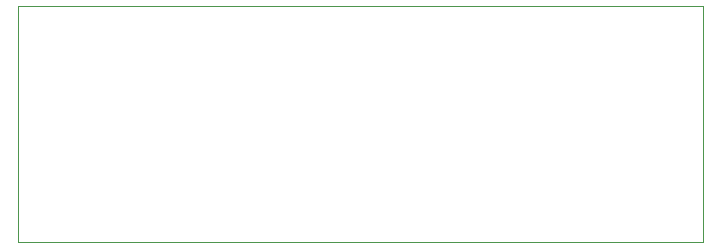
<source format=gbr>
G04 #@! TF.GenerationSoftware,KiCad,Pcbnew,5.1.5+dfsg1-2build2*
G04 #@! TF.CreationDate,2022-03-06T19:54:29+01:00*
G04 #@! TF.ProjectId,yusufitium-USB-RS232,79757375-6669-4746-9975-6d2d5553422d,rev?*
G04 #@! TF.SameCoordinates,Original*
G04 #@! TF.FileFunction,Profile,NP*
%FSLAX46Y46*%
G04 Gerber Fmt 4.6, Leading zero omitted, Abs format (unit mm)*
G04 Created by KiCad (PCBNEW 5.1.5+dfsg1-2build2) date 2022-03-06 19:54:29*
%MOMM*%
%LPD*%
G04 APERTURE LIST*
%ADD10C,0.100000*%
G04 APERTURE END LIST*
D10*
X178484000Y-96126000D02*
X178484000Y-116126000D01*
X120484000Y-96126000D02*
X178484000Y-96126000D01*
X120484000Y-116126000D02*
X120484000Y-96126000D01*
X178484000Y-116126000D02*
X120484000Y-116126000D01*
M02*

</source>
